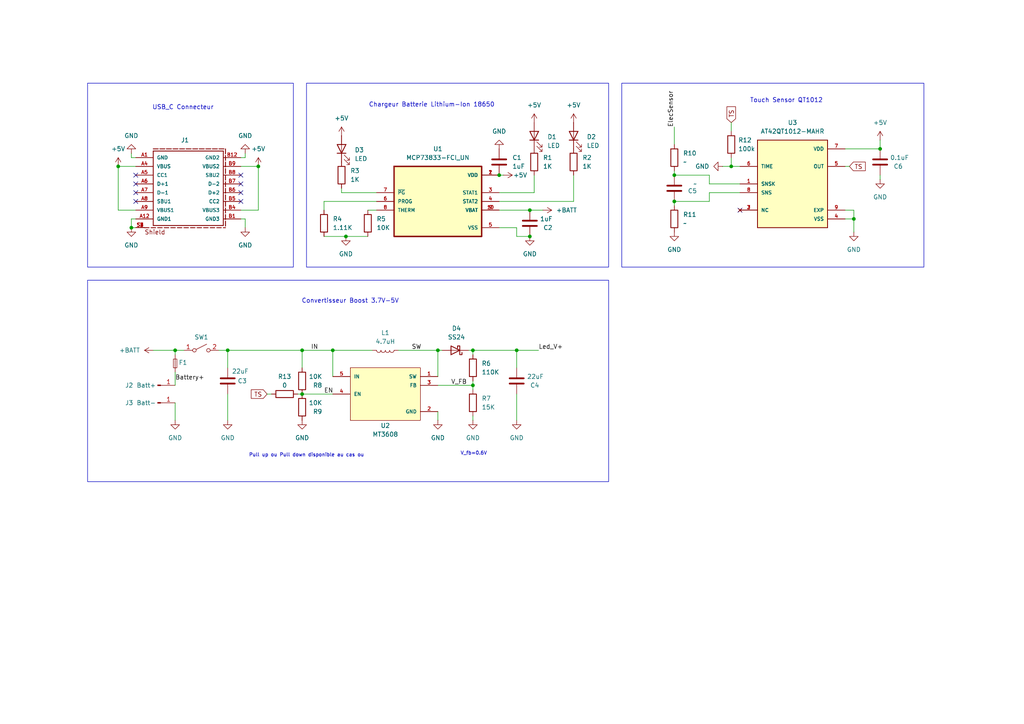
<source format=kicad_sch>
(kicad_sch (version 20231120) (generator "eeschema") (generator_version "8.0")
  (paper "A4")
  (lib_symbols
    (symbol "Connector:Conn_01x01_Pin" (pin_names (offset 1.016) hide)
      (property "Reference" "J" (at 0 2.54 0))
      (property "Value" "Conn_01x01_Pin" (at 0 -2.54 0))
      (symbol "Conn_01x01_Pin_1_1"
        (polyline (pts (xy 1.27 0) (xy 0.8636 0)) (stroke (width 0.1524)))
        (rectangle (start 0.8636 0.127) (end 0 -0.127) (stroke (width 0.1524)) (fill (type outline)))
        (pin passive line (at 5.08 0 180) (length 3.81) (name "Pin_1") (number "1"))
      )
    )
    (symbol "Device:C" (pin_numbers hide) (pin_names (offset 0.254))
      (property "Reference" "C" (at 0.635 2.54 0))
      (property "Value" "C" (at 0.635 -2.54 0))
      (symbol "C_0_1"
        (polyline (pts (xy -2.032 -0.762) (xy 2.032 -0.762)) (stroke (width 0.508)))
        (polyline (pts (xy -2.032 0.762) (xy 2.032 0.762)) (stroke (width 0.508)))
      )
      (symbol "C_1_1"
        (pin passive line (at 0 3.81 270) (length 2.794) (name "~") (number "1"))
        (pin passive line (at 0 -3.81 90) (length 2.794) (name "~") (number "2"))
      )
    )
    (symbol "Device:Fuse_Small" (pin_numbers hide) (pin_names (offset 0.254) hide)
      (property "Reference" "F" (at 0 -1.524 0))
      (property "Value" "Fuse_Small" (at 0 1.524 0))
      (symbol "Fuse_Small_0_1"
        (rectangle (start -1.27 0.508) (end 1.27 -0.508))
        (polyline (pts (xy -1.27 0) (xy 1.27 0)))
      )
      (symbol "Fuse_Small_1_1"
        (pin passive line (at -2.54 0 0) (length 1.27) (name "~") (number "1"))
        (pin passive line (at 2.54 0 180) (length 1.27) (name "~") (number "2"))
      )
    )
    (symbol "Device:L" (pin_numbers hide) (pin_names (offset 1.016) hide)
      (property "Reference" "L" (at -1.27 0 90))
      (property "Value" "L" (at 1.905 0 90))
      (symbol "L_0_1"
        (arc (start 0 -2.54) (mid 0.6323 -1.905) (end 0 -1.27))
        (arc (start 0 -1.27) (mid 0.6323 -0.635) (end 0 0))
        (arc (start 0 0) (mid 0.6323 0.635) (end 0 1.27))
        (arc (start 0 1.27) (mid 0.6323 1.905) (end 0 2.54))
      )
      (symbol "L_1_1"
        (pin passive line (at 0 3.81 270) (length 1.27) (name "1") (number "1"))
        (pin passive line (at 0 -3.81 90) (length 1.27) (name "2") (number "2"))
      )
    )
    (symbol "Device:LED" (pin_numbers hide) (pin_names (offset 1.016) hide)
      (property "Reference" "D" (at 0 2.54 0))
      (property "Value" "LED" (at 0 -2.54 0))
      (symbol "LED_0_1"
        (polyline (pts (xy -1.27 -1.27) (xy -1.27 1.27)) (stroke (width 0.254)))
        (polyline (pts (xy -1.27 0) (xy 1.27 0)))
        (polyline (pts (xy 1.27 -1.27) (xy 1.27 1.27) (xy -1.27 0) (xy 1.27 -1.27)) (stroke (width 0.254)))
        (polyline (pts (xy -3.048 -0.762) (xy -4.572 -2.286) (xy -3.81 -2.286) (xy -4.572 -2.286) (xy -4.572 -1.524)))
        (polyline (pts (xy -1.778 -0.762) (xy -3.302 -2.286) (xy -2.54 -2.286) (xy -3.302 -2.286) (xy -3.302 -1.524)))
      )
      (symbol "LED_1_1"
        (pin passive line (at -3.81 0 0) (length 2.54) (name "K") (number "1"))
        (pin passive line (at 3.81 0 180) (length 2.54) (name "A") (number "2"))
      )
    )
    (symbol "Device:R" (pin_numbers hide) (pin_names (offset 0))
      (property "Reference" "R" (at 2.032 0 90))
      (property "Value" "R" (at 0 0 90))
      (symbol "R_0_1"
        (rectangle (start -1.016 -2.54) (end 1.016 2.54) (stroke (width 0.254)))
      )
      (symbol "R_1_1"
        (pin passive line (at 0 3.81 270) (length 1.27) (name "~") (number "1"))
        (pin passive line (at 0 -3.81 90) (length 1.27) (name "~") (number "2"))
      )
    )
    (symbol "Diode:SS24" (pin_numbers hide) (pin_names (offset 1.016) hide)
      (property "Reference" "D" (at 0 2.54 0))
      (property "Value" "SS24" (at 0 -2.54 0))
      (symbol "SS24_0_1"
        (polyline (pts (xy 1.27 0) (xy -1.27 0)))
        (polyline (pts (xy 1.27 1.27) (xy 1.27 -1.27) (xy -1.27 0) (xy 1.27 1.27)) (stroke (width 0.254)))
        (polyline (pts (xy -1.905 0.635) (xy -1.905 1.27) (xy -1.27 1.27) (xy -1.27 -1.27) (xy -0.635 -1.27) (xy -0.635 -0.635)) (stroke (width 0.254)))
      )
      (symbol "SS24_1_1"
        (pin passive line (at -3.81 0 0) (length 2.54) (name "K") (number "1"))
        (pin passive line (at 3.81 0 180) (length 2.54) (name "A") (number "2"))
      )
    )
    (symbol "LAMP_OUTDOOR_BATTERY:AT42QT1012-MAHR" (pin_names (offset 1.016))
      (property "Reference" "U" (at -10.16 13.208 0))
      (property "Value" "AT42QT1012-MAHR" (at -10.16 -15.24 0))
      (symbol "AT42QT1012-MAHR_0_0"
        (rectangle (start -10.16 -12.7) (end 10.16 12.7) (stroke (width 0.254)) (fill (type background)))
        (pin bidirectional line (at -15.24 0 0) (length 5.08) (name "SNSK") (number "1"))
        (pin no_connect line (at -15.24 -7.62 0) (length 5.08) (name "NC") (number "2"))
        (pin no_connect line (at -15.24 -7.62 0) (length 5.08) (name "NC") (number "3"))
        (pin power_in line (at 15.24 -10.16 180) (length 5.08) (name "VSS") (number "4"))
        (pin output line (at 15.24 5.08 180) (length 5.08) (name "OUT") (number "5"))
        (pin input line (at -15.24 5.08 0) (length 5.08) (name "TIME") (number "6"))
        (pin power_in line (at 15.24 10.16 180) (length 5.08) (name "VDD") (number "7"))
        (pin bidirectional line (at -15.24 -2.54 0) (length 5.08) (name "SNS") (number "8"))
        (pin passive line (at 15.24 -7.62 180) (length 5.08) (name "EXP") (number "9"))
      )
    )
    (symbol "LAMP_OUTDOOR_BATTERY:MCP73833-FCI_UN" (pin_names (offset 1.016))
      (property "Reference" "U" (at -12.7 11.16 0))
      (property "Value" "MCP73833-FCI_UN" (at -12.7 -14.16 0))
      (symbol "MCP73833-FCI_UN_0_0"
        (rectangle (start -12.7 -10.16) (end 12.7 10.16) (stroke (width 0.41)) (fill (type background)))
        (pin power_in line (at 17.78 7.62 180) (length 5.08) (name "VDD") (number "1"))
        (pin output line (at 17.78 -2.54 180) (length 5.08) (name "VBAT") (number "10"))
        (pin power_in line (at 17.78 7.62 180) (length 5.08) (name "VDD") (number "2"))
        (pin output line (at 17.78 2.54 180) (length 5.08) (name "STAT1") (number "3"))
        (pin output line (at 17.78 0 180) (length 5.08) (name "STAT2") (number "4"))
        (pin power_in line (at 17.78 -7.62 180) (length 5.08) (name "VSS") (number "5"))
        (pin input line (at -17.78 0 0) (length 5.08) (name "PROG") (number "6"))
        (pin input line (at -17.78 2.54 0) (length 5.08) (name "~{PG}") (number "7"))
        (pin input line (at -17.78 -2.54 0) (length 5.08) (name "THERM") (number "8"))
        (pin output line (at 17.78 -2.54 180) (length 5.08) (name "VBAT") (number "9"))
      )
    )
    (symbol "LAMP_OUTDOOR_BATTERY:MT3608" (pin_names (offset 1.016))
      (property "Reference" "U" (at -10.16 10.16 0))
      (property "Value" "MT3608" (at -10.16 -12.7 0))
      (symbol "MT3608_0_0"
        (rectangle (start -10.16 -7.62) (end 10.16 7.62) (stroke (width 0.1524)) (fill (type background)))
        (pin output line (at 15.24 5.08 180) (length 5.08) (name "SW") (number "1"))
        (pin power_in line (at 15.24 -5.08 180) (length 5.08) (name "GND") (number "2"))
        (pin input line (at 15.24 2.54 180) (length 5.08) (name "FB") (number "3"))
        (pin input line (at -15.24 0 0) (length 5.08) (name "EN") (number "4"))
        (pin input line (at -15.24 5.08 0) (length 5.08) (name "IN") (number "5"))
      )
    )
    (symbol "LAMP_OUTDOOR_BATTERY:USB-C Connecteur 16p" (pin_names (offset 1.016))
      (property "Reference" "J" (at 0 11.43 0))
      (symbol "USB-C Connecteur 16p_0_0"
        (polyline (pts (xy -12.7 -12.7) (xy -11.3771 -12.7)) (stroke (width 0.254)))
        (polyline (pts (xy -10.795 -12.7) (xy -9.4721 -12.7)) (stroke (width 0.254)))
        (polyline (pts (xy -10.16 -12.065) (xy -10.16 9.525)) (stroke (width 0.254)))
        (polyline (pts (xy -10.16 9.525) (xy 10.16 9.525)) (stroke (width 0.254)))
        (polyline (pts (xy -10.16 10.16) (xy -8.6995 10.16)) (stroke (width 0.254)))
        (polyline (pts (xy -8.89 -12.7) (xy -7.5671 -12.7)) (stroke (width 0.254)))
        (polyline (pts (xy -8.255 10.16) (xy -6.7945 10.16)) (stroke (width 0.254)))
        (polyline (pts (xy -6.985 -12.7) (xy -5.6621 -12.7)) (stroke (width 0.254)))
        (polyline (pts (xy -6.35 10.16) (xy -4.8895 10.16)) (stroke (width 0.254)))
        (polyline (pts (xy -5.08 -12.7) (xy -3.7571 -12.7)) (stroke (width 0.254)))
        (polyline (pts (xy -4.445 10.16) (xy -2.9845 10.16)) (stroke (width 0.254)))
        (polyline (pts (xy -3.175 -12.7) (xy -1.8521 -12.7)) (stroke (width 0.254)))
        (polyline (pts (xy -2.54 10.16) (xy -1.0795 10.16)) (stroke (width 0.254)))
        (polyline (pts (xy -1.27 -12.7) (xy 0.0529 -12.7)) (stroke (width 0.254)))
        (polyline (pts (xy -0.635 10.16) (xy 0.8255 10.16)) (stroke (width 0.254)))
        (polyline (pts (xy 0.635 -12.7) (xy 1.9579 -12.7)) (stroke (width 0.254)))
        (polyline (pts (xy 1.27 10.16) (xy 2.7305 10.16)) (stroke (width 0.254)))
        (polyline (pts (xy 2.54 -12.7) (xy 3.8629 -12.7)) (stroke (width 0.254)))
        (polyline (pts (xy 3.175 10.16) (xy 4.6355 10.16)) (stroke (width 0.254)))
        (polyline (pts (xy 4.445 -12.7) (xy 5.7679 -12.7)) (stroke (width 0.254)))
        (polyline (pts (xy 5.08 10.16) (xy 6.5405 10.16)) (stroke (width 0.254)))
        (polyline (pts (xy 6.35 -12.7) (xy 7.6729 -12.7)) (stroke (width 0.254)))
        (polyline (pts (xy 6.985 10.16) (xy 8.4455 10.16)) (stroke (width 0.254)))
        (polyline (pts (xy 8.255 -12.7) (xy 9.5779 -12.7)) (stroke (width 0.254)))
        (polyline (pts (xy 8.89 10.16) (xy 10.3505 10.16)) (stroke (width 0.254)))
        (polyline (pts (xy 10.16 -12.7) (xy 10.795 -12.7)) (stroke (width 0.254)))
        (polyline (pts (xy 10.16 -12.065) (xy -10.16 -12.065)) (stroke (width 0.254)))
        (polyline (pts (xy 10.16 9.525) (xy 10.16 -12.065)) (stroke (width 0.254)))
        (polyline (pts (xy 10.795 -10.795) (xy 10.795 -12.2382)) (stroke (width 0.254)))
        (polyline (pts (xy 10.795 -8.89) (xy 10.795 -10.3332)) (stroke (width 0.254)))
        (polyline (pts (xy 10.795 -6.985) (xy 10.795 -8.4282)) (stroke (width 0.254)))
        (polyline (pts (xy 10.795 -5.08) (xy 10.795 -6.5232)) (stroke (width 0.254)))
        (polyline (pts (xy 10.795 -3.175) (xy 10.795 -4.6182)) (stroke (width 0.254)))
        (polyline (pts (xy 10.795 -1.27) (xy 10.795 -2.7132)) (stroke (width 0.254)))
        (polyline (pts (xy 10.795 0.635) (xy 10.795 -0.8082)) (stroke (width 0.254)))
        (polyline (pts (xy 10.795 2.54) (xy 10.795 1.0968)) (stroke (width 0.254)))
        (polyline (pts (xy 10.795 4.445) (xy 10.795 3.0018)) (stroke (width 0.254)))
        (polyline (pts (xy 10.795 6.35) (xy 10.795 4.9068)) (stroke (width 0.254)))
        (polyline (pts (xy 10.795 8.255) (xy 10.795 6.8118)) (stroke (width 0.254)))
        (polyline (pts (xy 10.795 10.16) (xy 10.795 8.7168)) (stroke (width 0.254)))
        (text "Shield" (at -12.7 -14.732 0) (effects (font (size 1.27 1.27)) (justify left bottom)))
        (pin passive line (at -15.24 7.62 0) (length 5.08) (name "GND") (number "A1"))
        (pin passive line (at -15.24 -10.16 0) (length 5.08) (name "GND1") (number "A12"))
        (pin passive line (at -15.24 5.08 0) (length 5.08) (name "VBUS") (number "A4"))
        (pin passive line (at -15.24 2.54 0) (length 5.08) (name "CC1") (number "A5"))
        (pin passive line (at -15.24 0 0) (length 5.08) (name "D+1") (number "A6"))
        (pin passive line (at -15.24 -2.54 0) (length 5.08) (name "D-1") (number "A7"))
        (pin passive line (at -15.24 -5.08 0) (length 5.08) (name "SBU1") (number "A8"))
        (pin passive line (at -15.24 -7.62 0) (length 5.08) (name "VBUS1") (number "A9"))
        (pin passive line (at 15.24 -10.16 180) (length 5.08) (name "GND3") (number "B1"))
        (pin passive line (at 15.24 7.62 180) (length 5.08) (name "GND2") (number "B12"))
        (pin passive line (at 15.24 -7.62 180) (length 5.08) (name "VBUS3") (number "B4"))
        (pin passive line (at 15.24 -5.08 180) (length 5.08) (name "CC2") (number "B5"))
        (pin passive line (at 15.24 -2.54 180) (length 5.08) (name "D+2") (number "B6"))
        (pin passive line (at 15.24 0 180) (length 5.08) (name "D-2") (number "B7"))
        (pin passive line (at 15.24 2.54 180) (length 5.08) (name "SBU2") (number "B8"))
        (pin passive line (at 15.24 5.08 180) (length 5.08) (name "VBUS2") (number "B9"))
        (pin passive line (at -15.24 -12.7 0) (length 2.54) (name "~") (number "S1"))
        (pin passive line (at -15.24 -12.7 0) (length 2.54) (name "~") (number "S2"))
        (pin passive line (at -15.24 -12.7 0) (length 2.54) (name "~") (number "S3"))
        (pin passive line (at -15.24 -12.7 0) (length 2.54) (name "~") (number "S4"))
      )
    )
    (symbol "Switch:SW_SPST" (pin_names (offset 0) hide)
      (property "Reference" "SW" (at 0 3.175 0))
      (property "Value" "SW_SPST" (at 0 -2.54 0))
      (symbol "SW_SPST_0_0"
        (circle (center -2.032 0) (radius 0.508))
        (polyline (pts (xy -1.524 0.254) (xy 1.524 1.778)))
        (circle (center 2.032 0) (radius 0.508))
      )
      (symbol "SW_SPST_1_1"
        (pin passive line (at -5.08 0 0) (length 2.54) (name "A") (number "1"))
        (pin passive line (at 5.08 0 180) (length 2.54) (name "B") (number "2"))
      )
    )
    (symbol "power:+5V" (power) (pin_numbers hide) (pin_names (offset 0) hide)
      (property "Value" "+5V" (at 0 3.556 0))
      (symbol "+5V_0_1"
        (polyline (pts (xy -0.762 1.27) (xy 0 2.54)))
        (polyline (pts (xy 0 0) (xy 0 2.54)))
        (polyline (pts (xy 0 2.54) (xy 0.762 1.27)))
      )
      (symbol "+5V_1_1"
        (pin power_in line (at 0 0 90) (length 0) (name "~") (number "1"))
      )
    )
    (symbol "power:+BATT" (power) (pin_numbers hide) (pin_names (offset 0) hide)
      (property "Value" "+BATT" (at 0 3.556 0))
      (symbol "+BATT_0_1"
        (polyline (pts (xy -0.762 1.27) (xy 0 2.54)))
        (polyline (pts (xy 0 0) (xy 0 2.54)))
        (polyline (pts (xy 0 2.54) (xy 0.762 1.27)))
      )
      (symbol "+BATT_1_1"
        (pin power_in line (at 0 0 90) (length 0) (name "~") (number "1"))
      )
    )
    (symbol "power:GND" (power) (pin_numbers hide) (pin_names (offset 0) hide)
      (property "Value" "GND" (at 0 -3.81 0))
      (symbol "GND_0_1"
        (polyline (pts (xy 0 0) (xy 0 -1.27) (xy 1.27 -1.27) (xy 0 -2.54) (xy -1.27 -1.27) (xy 0 -1.27)))
      )
      (symbol "GND_1_1"
        (pin power_in line (at 0 0 270) (length 0) (name "~") (number "1"))
      )
    )
  )
  (junction (at 153.67 60.96))
  (junction (at 255.27 43.18))
  (junction (at 149.86 101.6))
  (junction (at 212.09 48.26))
  (junction (at 153.67 68.58))
  (junction (at 87.63 101.6))
  (junction (at 50.8 101.6))
  (junction (at 87.63 114.3))
  (junction (at 127 101.6))
  (junction (at 195.58 50.8))
  (junction (at 100.33 68.58))
  (junction (at 34.29 48.26))
  (junction (at 195.58 58.42))
  (junction (at 38.1 66.04))
  (junction (at 96.52 101.6))
  (junction (at 247.65 63.5))
  (junction (at 74.93 48.26))
  (junction (at 137.16 101.6))
  (junction (at 144.78 50.8))
  (junction (at 66.04 101.6))
  (junction (at 137.16 111.76))
  (no_connect (at 69.85 58.42))
  (no_connect (at 69.85 53.34))
  (no_connect (at 214.63 60.96))
  (no_connect (at 39.37 50.8))
  (no_connect (at 39.37 55.88))
  (no_connect (at 69.85 50.8))
  (no_connect (at 69.85 55.88))
  (no_connect (at 39.37 53.34))
  (no_connect (at 39.37 58.42))
  (wire (pts (xy 137.16 101.6) (xy 137.16 102.87)))
  (wire (pts (xy 50.8 107.95) (xy 50.8 111.76)))
  (wire (pts (xy 245.11 48.26) (xy 246.38 48.26)))
  (wire (pts (xy 195.58 49.53) (xy 195.58 50.8)))
  (wire (pts (xy 38.1 45.72) (xy 38.1 44.45)))
  (wire (pts (xy 77.47 114.3) (xy 78.74 114.3)))
  (wire (pts (xy 66.04 106.68) (xy 66.04 101.6)))
  (wire (pts (xy 128.27 101.6) (xy 127 101.6)))
  (wire (pts (xy 87.63 101.6) (xy 87.63 106.68)))
  (wire (pts (xy 96.52 109.22) (xy 96.52 101.6)))
  (wire (pts (xy 66.04 101.6) (xy 87.63 101.6)))
  (wire (pts (xy 149.86 106.68) (xy 149.86 101.6)))
  (wire (pts (xy 154.94 55.88) (xy 144.78 55.88)))
  (wire (pts (xy 166.37 58.42) (xy 166.37 50.8)))
  (wire (pts (xy 99.06 54.61) (xy 99.06 55.88)))
  (wire (pts (xy 195.58 36.83) (xy 195.58 41.91)))
  (wire (pts (xy 44.45 101.6) (xy 50.8 101.6)))
  (wire (pts (xy 127 101.6) (xy 127 109.22)))
  (wire (pts (xy 205.74 55.88) (xy 205.74 58.42)))
  (wire (pts (xy 86.36 114.3) (xy 87.63 114.3)))
  (wire (pts (xy 127 111.76) (xy 137.16 111.76)))
  (wire (pts (xy 247.65 63.5) (xy 247.65 67.31)))
  (wire (pts (xy 144.78 58.42) (xy 166.37 58.42)))
  (wire (pts (xy 87.63 114.3) (xy 96.52 114.3)))
  (wire (pts (xy 69.85 45.72) (xy 71.12 45.72)))
  (wire (pts (xy 38.1 63.5) (xy 38.1 66.04)))
  (wire (pts (xy 100.33 68.58) (xy 106.68 68.58)))
  (wire (pts (xy 69.85 60.96) (xy 74.93 60.96)))
  (wire (pts (xy 144.78 60.96) (xy 153.67 60.96)))
  (wire (pts (xy 149.86 68.58) (xy 153.67 68.58)))
  (wire (pts (xy 100.33 68.58) (xy 93.98 68.58)))
  (wire (pts (xy 34.29 48.26) (xy 39.37 48.26)))
  (wire (pts (xy 99.06 55.88) (xy 109.22 55.88)))
  (wire (pts (xy 149.86 101.6) (xy 137.16 101.6)))
  (wire (pts (xy 245.11 43.18) (xy 255.27 43.18)))
  (wire (pts (xy 87.63 101.6) (xy 96.52 101.6)))
  (wire (pts (xy 149.86 121.92) (xy 149.86 114.3)))
  (wire (pts (xy 157.48 60.96) (xy 153.67 60.96)))
  (wire (pts (xy 205.74 50.8) (xy 195.58 50.8)))
  (wire (pts (xy 39.37 45.72) (xy 38.1 45.72)))
  (wire (pts (xy 144.78 50.8) (xy 146.05 50.8)))
  (wire (pts (xy 255.27 43.18) (xy 255.27 40.64)))
  (wire (pts (xy 135.89 101.6) (xy 137.16 101.6)))
  (wire (pts (xy 212.09 45.72) (xy 212.09 48.26)))
  (wire (pts (xy 39.37 66.04) (xy 38.1 66.04)))
  (wire (pts (xy 245.11 63.5) (xy 247.65 63.5)))
  (wire (pts (xy 66.04 114.3) (xy 66.04 121.92)))
  (wire (pts (xy 34.29 60.96) (xy 34.29 48.26)))
  (wire (pts (xy 212.09 48.26) (xy 214.63 48.26)))
  (wire (pts (xy 50.8 101.6) (xy 50.8 102.87)))
  (wire (pts (xy 127 121.92) (xy 127 119.38)))
  (wire (pts (xy 63.5 101.6) (xy 66.04 101.6)))
  (wire (pts (xy 71.12 63.5) (xy 71.12 66.04)))
  (wire (pts (xy 205.74 58.42) (xy 195.58 58.42)))
  (wire (pts (xy 93.98 58.42) (xy 109.22 58.42)))
  (wire (pts (xy 137.16 111.76) (xy 137.16 113.03)))
  (wire (pts (xy 71.12 45.72) (xy 71.12 44.45)))
  (wire (pts (xy 69.85 63.5) (xy 71.12 63.5)))
  (wire (pts (xy 154.94 50.8) (xy 154.94 55.88)))
  (wire (pts (xy 144.78 66.04) (xy 149.86 66.04)))
  (wire (pts (xy 214.63 55.88) (xy 205.74 55.88)))
  (wire (pts (xy 247.65 60.96) (xy 247.65 63.5)))
  (wire (pts (xy 50.8 101.6) (xy 53.34 101.6)))
  (wire (pts (xy 209.55 48.26) (xy 212.09 48.26)))
  (wire (pts (xy 96.52 101.6) (xy 107.95 101.6)))
  (wire (pts (xy 137.16 121.92) (xy 137.16 120.65)))
  (wire (pts (xy 74.93 48.26) (xy 74.93 60.96)))
  (wire (pts (xy 205.74 53.34) (xy 205.74 50.8)))
  (wire (pts (xy 93.98 60.96) (xy 93.98 58.42)))
  (wire (pts (xy 39.37 63.5) (xy 38.1 63.5)))
  (wire (pts (xy 50.8 116.84) (xy 50.8 121.92)))
  (wire (pts (xy 106.68 60.96) (xy 109.22 60.96)))
  (wire (pts (xy 137.16 110.49) (xy 137.16 111.76)))
  (wire (pts (xy 149.86 66.04) (xy 149.86 68.58)))
  (wire (pts (xy 115.57 101.6) (xy 127 101.6)))
  (wire (pts (xy 245.11 60.96) (xy 247.65 60.96)))
  (wire (pts (xy 255.27 50.8) (xy 255.27 52.07)))
  (wire (pts (xy 214.63 53.34) (xy 205.74 53.34)))
  (wire (pts (xy 39.37 60.96) (xy 34.29 60.96)))
  (wire (pts (xy 195.58 58.42) (xy 195.58 59.69)))
  (wire (pts (xy 212.09 35.56) (xy 212.09 38.1)))
  (wire (pts (xy 69.85 48.26) (xy 74.93 48.26)))
  (wire (pts (xy 149.86 101.6) (xy 156.21 101.6)))
  (rectangle (start 25.4 81.28) (end 176.53 139.7))
  (rectangle (start 180.34 24.13) (end 267.97 77.47))
  (rectangle (start 25.4 24.13) (end 85.09 77.47))
  (rectangle (start 88.9 24.13) (end 176.53 77.47))
  (text "Convertisseur Boost 3.7V-5V" (at 101.6 87.376 0) (effects (font (size 1.27 1.27))))
  (text "USB_C Connecteur" (at 53.086 31.242 0) (effects (font (size 1.27 1.27))))
  (text "Touch Sensor QT1012\n" (at 228.092 29.21 0) (effects (font (size 1.27 1.27))))
  (text "Pull up ou Pull down disponible au cas ou\n" (at 88.9 132.08 0) (effects (font (size 1 1))))
  (text "Chargeur Batterie Lithium-Ion 18650" (at 125.222 30.48 0) (effects (font (size 1.27 1.27))))
  (text "V_fb=0.6V" (at 137.414 131.572 0) (effects (font (size 1 1))))
  (label "EN" (at 93.98 114.3 0))
  (label "IN" (at 90.17 101.6 0))
  (label "V_FB" (at 130.81 111.76 0))
  (label "Led_V+" (at 156.21 101.6 0))
  (label "ElecSensor" (at 195.58 36.83 90))
  (label "Battery+" (at 50.8 110.49 0))
  (label "SW" (at 119.38 101.6 0))
  (global_label "TS" (shape input) (at 212.09 35.56 90) (property "Intersheetrefs" "${INTERSHEET_REFS}" (effects (hide yes))))
  (global_label "TS" (shape input) (at 246.38 48.26 0) (property "Intersheetrefs" "${INTERSHEET_REFS}" (effects (hide yes))))
  (global_label "TS" (shape input) (at 77.47 114.3 180) (property "Intersheetrefs" "${INTERSHEET_REFS}" (effects (hide yes))))
  (symbol (lib_id "Device:Fuse_Small") (at 50.8 105.41 90) (unit 1)
    (property "Reference" "F1" (at 51.816 105.156 90) (effects (justify right)))
    (property "Value" "Fuse_Small" (effects (hide yes)))
    (property "Footprint" "Fuse:Fuse_1206_3216Metric_Pad1.42x1.75mm_HandSolder" (effects (hide yes)))
    (property "Description" "Fuse, small symbol" (effects (hide yes)))
  )
  (symbol (lib_id "power:GND") (at 71.12 44.45 180) (unit 1)
    (property "Reference" "#PWR05" (effects (hide yes)))
    (property "Value" "GND" (at 71.12 39.37 0))
    (property "Description" "Power symbol creates a global label with name \"GND\" , ground" (effects (hide yes)))
  )
  (symbol (lib_id "power:+5V") (at 146.05 50.8 270) (unit 1)
    (property "Reference" "#PWR014" (effects (hide yes)))
    (property "Value" "+5V" (at 148.844 50.8 90) (effects (justify left)))
    (property "Description" "Power symbol creates a global label with name \"+5V\"" (effects (hide yes)))
  )
  (symbol (lib_id "power:GND") (at 127 121.92 0) (unit 1)
    (property "Reference" "#PWR017" (effects (hide yes)))
    (property "Value" "GND" (at 127 127 0))
    (property "Description" "Power symbol creates a global label with name \"GND\" , ground" (effects (hide yes)))
  )
  (symbol (lib_id "Device:R") (at 93.98 64.77 0) (unit 1)
    (property "Reference" "R4" (at 96.52 63.4999 0) (effects (justify left)))
    (property "Value" "1.11K" (at 96.52 66.0399 0) (effects (justify left)))
    (property "Footprint" "Resistor_SMD:R_0402_1005Metric_Pad0.72x0.64mm_HandSolder" (effects (hide yes)))
    (property "Description" "Resistor" (effects (hide yes)))
  )
  (symbol (lib_id "power:+BATT") (at 44.45 101.6 90) (unit 1)
    (property "Reference" "#PWR07" (effects (hide yes)))
    (property "Value" "+BATT" (at 40.64 101.5999 90) (effects (justify left)))
    (property "Description" "Power symbol creates a global label with name \"+BATT\"" (effects (hide yes)))
  )
  (symbol (lib_id "Device:R") (at 87.63 110.49 180) (unit 1)
    (property "Reference" "R8" (at 93.472 111.76 0) (effects (justify left)))
    (property "Value" "10K" (at 93.472 109.22 0) (effects (justify left)))
    (property "Footprint" "Resistor_SMD:R_0402_1005Metric_Pad0.72x0.64mm_HandSolder" (effects (hide yes)))
    (property "Description" "Resistor" (effects (hide yes)))
  )
  (symbol (lib_id "power:+5V") (at 34.29 48.26 0) (unit 1)
    (property "Reference" "#PWR01" (effects (hide yes)))
    (property "Value" "+5V" (at 34.29 43.18 0))
    (property "Description" "Power symbol creates a global label with name \"+5V\"" (effects (hide yes)))
  )
  (symbol (lib_id "power:GND") (at 209.55 48.26 270) (unit 1)
    (property "Reference" "#PWR024" (effects (hide yes)))
    (property "Value" "GND" (at 205.74 48.2599 90) (effects (justify right)))
    (property "Description" "Power symbol creates a global label with name \"GND\" , ground" (effects (hide yes)))
  )
  (symbol (lib_id "Device:R") (at 195.58 63.5 0) (unit 1)
    (property "Reference" "R11" (at 198.12 62.2299 0) (effects (justify left)))
    (property "Value" "~" (at 198.12 64.7699 0) (effects (justify left)))
    (property "Footprint" "Resistor_SMD:R_0402_1005Metric_Pad0.72x0.64mm_HandSolder" (effects (hide yes)))
    (property "Description" "Resistor" (effects (hide yes)))
  )
  (symbol (lib_id "Device:R") (at 154.94 46.99 0) (unit 1)
    (property "Reference" "R1" (at 157.48 45.7199 0) (effects (justify left)))
    (property "Value" "1K" (at 157.48 48.2599 0) (effects (justify left)))
    (property "Footprint" "Resistor_SMD:R_0402_1005Metric_Pad0.72x0.64mm_HandSolder" (effects (hide yes)))
    (property "Description" "Resistor" (effects (hide yes)))
  )
  (symbol (lib_id "power:GND") (at 255.27 52.07 0) (unit 1)
    (property "Reference" "#PWR026" (effects (hide yes)))
    (property "Value" "GND" (at 255.27 57.15 0))
    (property "Description" "Power symbol creates a global label with name \"GND\" , ground" (effects (hide yes)))
  )
  (symbol (lib_id "power:GND") (at 66.04 121.92 0) (unit 1)
    (property "Reference" "#PWR016" (effects (hide yes)))
    (property "Value" "GND" (at 66.04 127 0))
    (property "Description" "Power symbol creates a global label with name \"GND\" , ground" (effects (hide yes)))
  )
  (symbol (lib_id "power:GND") (at 247.65 67.31 0) (unit 1)
    (property "Reference" "#PWR023" (effects (hide yes)))
    (property "Value" "GND" (at 247.65 72.39 0))
    (property "Description" "Power symbol creates a global label with name \"GND\" , ground" (effects (hide yes)))
  )
  (symbol (lib_id "Device:LED") (at 154.94 39.37 90) (unit 1)
    (property "Reference" "D1" (at 158.75 39.6874 90) (effects (justify right)))
    (property "Value" "LED" (at 158.75 42.2274 90) (effects (justify right)))
    (property "Footprint" "LED_SMD:LED_0805_2012Metric_Pad1.15x1.40mm_HandSolder" (effects (hide yes)))
    (property "Description" "Light emitting diode" (effects (hide yes)))
  )
  (symbol (lib_id "power:+5V") (at 99.06 39.37 0) (unit 1)
    (property "Reference" "#PWR09" (effects (hide yes)))
    (property "Value" "+5V" (at 99.06 34.29 0))
    (property "Description" "Power symbol creates a global label with name \"+5V\"" (effects (hide yes)))
  )
  (symbol (lib_id "Device:C") (at 149.86 110.49 180) (unit 1)
    (property "Reference" "C4" (at 156.464 111.76 0) (effects (justify left)))
    (property "Value" "22uF" (at 157.734 109.22 0) (effects (justify left)))
    (property "Footprint" "Capacitor_SMD:C_0402_1005Metric_Pad0.74x0.62mm_HandSolder" (effects (hide yes)))
    (property "Description" "Unpolarized capacitor" (effects (hide yes)))
  )
  (symbol (lib_id "Device:R") (at 82.55 114.3 90) (unit 1)
    (property "Reference" "R13" (at 82.55 109.22 90))
    (property "Value" "0" (at 82.55 111.76 90))
    (property "Footprint" "Resistor_SMD:R_0402_1005Metric_Pad0.72x0.64mm_HandSolder" (effects (hide yes)))
    (property "Description" "Resistor" (effects (hide yes)))
  )
  (symbol (lib_id "power:GND") (at 50.8 121.92 0) (unit 1)
    (property "Reference" "#PWR020" (effects (hide yes)))
    (property "Value" "GND" (at 50.8 127 0))
    (property "Description" "Power symbol creates a global label with name \"GND\" , ground" (effects (hide yes)))
  )
  (symbol (lib_id "power:GND") (at 144.78 43.18 180) (unit 1)
    (property "Reference" "#PWR08" (effects (hide yes)))
    (property "Value" "GND" (at 144.78 38.1 0))
    (property "Description" "Power symbol creates a global label with name \"GND\" , ground" (effects (hide yes)))
  )
  (symbol (lib_id "Device:C") (at 255.27 46.99 180) (unit 1)
    (property "Reference" "C6" (at 261.874 48.26 0) (effects (justify left)))
    (property "Value" "0.1uF" (at 263.652 45.72 0) (effects (justify left)))
    (property "Footprint" "Capacitor_SMD:C_0402_1005Metric_Pad0.74x0.62mm_HandSolder" (effects (hide yes)))
    (property "Description" "Unpolarized capacitor" (effects (hide yes)))
  )
  (symbol (lib_id "power:+5V") (at 166.37 35.56 0) (unit 1)
    (property "Reference" "#PWR011" (effects (hide yes)))
    (property "Value" "+5V" (at 166.37 30.48 0))
    (property "Description" "Power symbol creates a global label with name \"+5V\"" (effects (hide yes)))
  )
  (symbol (lib_id "LAMP_OUTDOOR_BATTERY:USB-C Connecteur 16p") (at 54.61 53.34 0) (unit 1)
    (property "Reference" "J1" (at 53.6575 40.64 0))
    (property "Value" "629722000214" (effects (hide yes)))
    (property "Footprint" "LAMP_OUTDOOR_BATTERY:USB-C Connecteur 16p" (effects (hide yes)))
    (property "INTERFACE-TYPE" "Type C" (effects (hide yes)))
    (property "MF" "Würth Elektronik" (effects (hide yes)))
    (property "Description_1" "\nUSB CONN, 2.0 TYPE C, R/A RCPT, 16P, SMT;\n" (effects (hide yes)))
    (property "Package" "None" (effects (hide yes)))
    (property "MOUNT" "SMT" (effects (hide yes)))
    (property "IR" "5A" (effects (hide yes)))
    (property "Check_prices" "https://www.snapeda.com/parts/629722000214/Wurth+Elektronik/view-part/?ref=eda" (effects (hide yes)))
    (property "Price" "None" (effects (hide yes)))
    (property "PACKAGING" "Tape and Reel" (effects (hide yes)))
    (property "APPLICATION" "USB 2.0" (effects (hide yes)))
    (property "PART-NUMBER" "629722000214" (effects (hide yes)))
    (property "SnapEDA_Link" "https://www.snapeda.com/parts/629722000214/Wurth+Elektronik/view-part/?ref=snap" (effects (hide yes)))
    (property "DATASHEET-URL" "https://www.we-online.com/redexpert/spec/629722000214?ae" (effects (hide yes)))
    (property "MP" "629722000214" (effects (hide yes)))
    (property "WORKING-VOLTAGE" "20V(AC)" (effects (hide yes)))
    (property "PINS" "16" (effects (hide yes)))
    (property "TYPE" "Horizontal" (effects (hide yes)))
    (property "GERDER" "Receptacle" (effects (hide yes)))
    (property "Availability" "Not in stock" (effects (hide yes)))
  )
  (symbol (lib_id "Connector:Conn_01x01_Pin") (at 45.72 111.76 0) (unit 1)
    (property "Reference" "J2" (at 37.465 111.76 0))
    (property "Value" "Batt+" (at 42.418 111.76 0))
    (property "Footprint" "LAMP_OUTDOOR_BATTERY:BatteryPole" (effects (hide yes)))
    (property "Description" "Generic connector, single row, 01x01, script generated" (effects (hide yes)))
  )
  (symbol (lib_id "power:+5V") (at 74.93 48.26 0) (unit 1)
    (property "Reference" "#PWR06" (effects (hide yes)))
    (property "Value" "+5V" (at 74.93 43.18 0))
    (property "Description" "Power symbol creates a global label with name \"+5V\"" (effects (hide yes)))
  )
  (symbol (lib_id "Device:L") (at 111.76 101.6 270) (unit 1)
    (property "Reference" "L1" (at 111.76 96.52 90))
    (property "Value" "4.7uH" (at 111.76 99.06 90))
    (property "Footprint" "Inductor_SMD:L_0805_2012Metric_Pad1.15x1.40mm_HandSolder" (effects (hide yes)))
    (property "Description" "Inductor" (effects (hide yes)))
  )
  (symbol (lib_id "Device:R") (at 195.58 45.72 0) (unit 1)
    (property "Reference" "R10" (at 198.12 44.4499 0) (effects (justify left)))
    (property "Value" "~" (at 198.12 46.9899 0) (effects (justify left)))
    (property "Footprint" "Resistor_SMD:R_0402_1005Metric_Pad0.72x0.64mm_HandSolder" (effects (hide yes)))
    (property "Description" "Resistor" (effects (hide yes)))
  )
  (symbol (lib_id "Switch:SW_SPST") (at 58.42 101.6 0) (unit 1)
    (property "Reference" "SW1" (at 58.42 97.79 0))
    (property "Value" "SW_SPST" (effects (hide yes)))
    (property "Footprint" "Connector_PinHeader_2.54mm:PinHeader_1x02_P2.54mm_Vertical" (effects (hide yes)))
    (property "Description" "Single Pole Single Throw (SPST) switch" (effects (hide yes)))
  )
  (symbol (lib_id "Connector:Conn_01x01_Pin") (at 45.72 116.84 0) (unit 1)
    (property "Reference" "J3" (at 37.465 116.84 0))
    (property "Value" "Batt-" (at 42.418 116.84 0))
    (property "Footprint" "LAMP_OUTDOOR_BATTERY:BatteryPole" (effects (hide yes)))
    (property "Description" "Generic connector, single row, 01x01, script generated" (effects (hide yes)))
  )
  (symbol (lib_id "power:GND") (at 100.33 68.58 0) (unit 1)
    (property "Reference" "#PWR013" (effects (hide yes)))
    (property "Value" "GND" (at 100.33 73.66 0))
    (property "Description" "Power symbol creates a global label with name \"GND\" , ground" (effects (hide yes)))
  )
  (symbol (lib_id "Device:R") (at 212.09 41.91 0) (unit 1)
    (property "Reference" "R12" (at 214.122 40.64 0) (effects (justify left)))
    (property "Value" "100k" (at 214.122 43.18 0) (effects (justify left)))
    (property "Footprint" "Resistor_SMD:R_0402_1005Metric_Pad0.72x0.64mm_HandSolder" (effects (hide yes)))
    (property "Description" "Resistor" (effects (hide yes)))
  )
  (symbol (lib_id "power:GND") (at 38.1 44.45 180) (unit 1)
    (property "Reference" "#PWR04" (effects (hide yes)))
    (property "Value" "GND" (at 38.1 39.37 0))
    (property "Description" "Power symbol creates a global label with name \"GND\" , ground" (effects (hide yes)))
  )
  (symbol (lib_id "power:GND") (at 195.58 67.31 0) (unit 1)
    (property "Reference" "#PWR022" (effects (hide yes)))
    (property "Value" "GND" (at 195.58 72.39 0))
    (property "Description" "Power symbol creates a global label with name \"GND\" , ground" (effects (hide yes)))
  )
  (symbol (lib_id "Device:C") (at 144.78 46.99 0) (unit 1)
    (property "Reference" "C1" (at 148.59 45.7199 0) (effects (justify left)))
    (property "Value" "1uF" (at 148.59 48.2599 0) (effects (justify left)))
    (property "Footprint" "Capacitor_SMD:C_0402_1005Metric_Pad0.74x0.62mm_HandSolder" (effects (hide yes)))
    (property "Description" "Unpolarized capacitor" (effects (hide yes)))
  )
  (symbol (lib_id "power:GND") (at 38.1 66.04 0) (unit 1)
    (property "Reference" "#PWR02" (effects (hide yes)))
    (property "Value" "GND" (at 38.1 71.12 0))
    (property "Description" "Power symbol creates a global label with name \"GND\" , ground" (effects (hide yes)))
  )
  (symbol (lib_id "LAMP_OUTDOOR_BATTERY:AT42QT1012-MAHR") (at 229.87 53.34 0) (unit 1)
    (property "Reference" "U3" (at 229.87 35.56 0))
    (property "Value" "AT42QT1012-MAHR" (at 229.87 38.1 0))
    (property "Footprint" "LAMP_OUTDOOR_BATTERY:SON50P200X200X60-9N" (effects (hide yes)))
    (property "MF" "Microchip Technology" (effects (hide yes)))
    (property "SNAPEDA_PACKAGE_ID" "10574" (effects (hide yes)))
    (property "MAXIMUM_PACKAGE_HEIGHT" "0.6mm" (effects (hide yes)))
    (property "Price" "None" (effects (hide yes)))
    (property "Package" "UDFN-8 Microchip" (effects (hide yes)))
    (property "Check_prices" "https://www.snapeda.com/parts/AT42QT1012-MAHR/Microchip/view-part/?ref=eda" (effects (hide yes)))
    (property "STANDARD" "IPC 7351B" (effects (hide yes)))
    (property "PARTREV" "I" (effects (hide yes)))
    (property "SnapEDA_Link" "https://www.snapeda.com/parts/AT42QT1012-MAHR/Microchip/view-part/?ref=snap" (effects (hide yes)))
    (property "MP" "AT42QT1012-MAHR" (effects (hide yes)))
    (property "Description_1" "\n                        \n                            Capacitive Touch Screen 1 Key 8-Pin UDFN EP T/R\n                        \n" (effects (hide yes)))
    (property "MANUFACTURER" "Microchip" (effects (hide yes)))
    (property "Availability" "In Stock" (effects (hide yes)))
    (property "SNAPEDA_PN" "AT42QT1012-MAHR" (effects (hide yes)))
  )
  (symbol (lib_id "power:+5V") (at 255.27 40.64 0) (unit 1)
    (property "Reference" "#PWR025" (effects (hide yes)))
    (property "Value" "+5V" (at 255.27 35.56 0))
    (property "Description" "Power symbol creates a global label with name \"+5V\"" (effects (hide yes)))
  )
  (symbol (lib_id "Diode:SS24") (at 132.08 101.6 180) (unit 1)
    (property "Reference" "D4" (at 132.3975 95.25 0))
    (property "Value" "SS24" (at 132.3975 97.79 0))
    (property "Footprint" "Diode_SMD:D_SMA" (effects (hide yes)))
    (property "Datasheet" "https://www.vishay.com/docs/88748/ss22.pdf" (effects (hide yes)))
    (property "Description" "40V 2A Schottky Diode, SMA" (effects (hide yes)))
  )
  (symbol (lib_id "LAMP_OUTDOOR_BATTERY:MT3608") (at 111.76 114.3 0) (unit 1)
    (property "Reference" "U2" (at 111.76 123.444 0))
    (property "Value" "MT3608" (at 111.76 125.984 0))
    (property "Footprint" "LAMP_OUTDOOR_BATTERY:MT3608_SOT95P280X145-6N" (effects (hide yes)))
    (property "MF" "Aerosemi Technology Co., Ltd" (effects (hide yes)))
    (property "MAXIMUM_PACKAGE_HEIGHT" "1.45mm" (effects (hide yes)))
    (property "Package" "Package" (effects (hide yes)))
    (property "Price" "None" (effects (hide yes)))
    (property "Check_prices" "https://www.snapeda.com/parts/MT3608/Aerosemi+Technology+Co.%252C+Ltd/view-part/?ref=eda" (effects (hide yes)))
    (property "STANDARD" "IPC-7351B" (effects (hide yes)))
    (property "PARTREV" "1.0" (effects (hide yes)))
    (property "SnapEDA_Link" "https://www.snapeda.com/parts/MT3608/Aerosemi+Technology+Co.%252C+Ltd/view-part/?ref=snap" (effects (hide yes)))
    (property "MP" "MT3608" (effects (hide yes)))
    (property "Description_1" "\n                        \n                            High Efficiency 1.2MHz\n2A Step Up Converter\n                        \n" (effects (hide yes)))
    (property "Availability" "Not in stock" (effects (hide yes)))
    (property "MANUFACTURER" "Aero Semi" (effects (hide yes)))
  )
  (symbol (lib_id "Device:C") (at 153.67 64.77 180) (unit 1)
    (property "Reference" "C2" (at 160.274 66.04 0) (effects (justify left)))
    (property "Value" "1uF" (at 160.274 63.5 0) (effects (justify left)))
    (property "Footprint" "Capacitor_SMD:C_0402_1005Metric_Pad0.74x0.62mm_HandSolder" (effects (hide yes)))
    (property "Description" "Unpolarized capacitor" (effects (hide yes)))
  )
  (symbol (lib_id "Device:R") (at 137.16 116.84 0) (unit 1)
    (property "Reference" "R7" (at 139.7 115.5699 0) (effects (justify left)))
    (property "Value" "15K" (at 139.7 118.1099 0) (effects (justify left)))
    (property "Footprint" "Resistor_SMD:R_0402_1005Metric_Pad0.72x0.64mm_HandSolder" (effects (hide yes)))
    (property "Description" "Resistor" (effects (hide yes)))
  )
  (symbol (lib_id "LAMP_OUTDOOR_BATTERY:MCP73833-FCI_UN") (at 127 58.42 0) (unit 1)
    (property "Reference" "U1" (at 127 43.18 0))
    (property "Value" "MCP73833-FCI_UN" (at 127 45.72 0))
    (property "Footprint" "LAMP_OUTDOOR_BATTERY:MCP73833" (effects (hide yes)))
    (property "MF" "Microchip" (effects (hide yes)))
    (property "Description_1" "\n                        \n                            Charge Management Li-Ion/Li-Pol | Microchip Technology Inc. MCP73833-FCI/UN\n                        \n" (effects (hide yes)))
    (property "Package" "MSOP-10 Microchip" (effects (hide yes)))
    (property "Price" "None" (effects (hide yes)))
    (property "SnapEDA_Link" "https://www.snapeda.com/parts/MCP73833-FCI/UN/Microchip/view-part/?ref=snap" (effects (hide yes)))
    (property "MP" "MCP73833-FCI/UN" (effects (hide yes)))
    (property "Availability" "In Stock" (effects (hide yes)))
    (property "Check_prices" "https://www.snapeda.com/parts/MCP73833-FCI/UN/Microchip/view-part/?ref=eda" (effects (hide yes)))
  )
  (symbol (lib_id "Device:R") (at 99.06 50.8 0) (unit 1)
    (property "Reference" "R3" (at 101.6 49.5299 0) (effects (justify left)))
    (property "Value" "1K" (at 101.6 52.0699 0) (effects (justify left)))
    (property "Footprint" "Resistor_SMD:R_0402_1005Metric_Pad0.72x0.64mm_HandSolder" (effects (hide yes)))
    (property "Description" "Resistor" (effects (hide yes)))
  )
  (symbol (lib_id "Device:R") (at 166.37 46.99 0) (unit 1)
    (property "Reference" "R2" (at 168.91 45.7199 0) (effects (justify left)))
    (property "Value" "1K" (at 168.91 48.2599 0) (effects (justify left)))
    (property "Footprint" "Resistor_SMD:R_0402_1005Metric_Pad0.72x0.64mm_HandSolder" (effects (hide yes)))
    (property "Description" "Resistor" (effects (hide yes)))
  )
  (symbol (lib_id "power:GND") (at 71.12 66.04 0) (unit 1)
    (property "Reference" "#PWR03" (effects (hide yes)))
    (property "Value" "GND" (at 71.12 71.12 0))
    (property "Description" "Power symbol creates a global label with name \"GND\" , ground" (effects (hide yes)))
  )
  (symbol (lib_id "Device:R") (at 87.63 118.11 180) (unit 1)
    (property "Reference" "R9" (at 93.472 119.38 0) (effects (justify left)))
    (property "Value" "10K" (at 93.472 116.84 0) (effects (justify left)))
    (property "Footprint" "Resistor_SMD:R_0402_1005Metric_Pad0.72x0.64mm_HandSolder" (effects (hide yes)))
    (property "Description" "Resistor" (effects (hide yes)))
  )
  (symbol (lib_id "Device:LED") (at 99.06 43.18 90) (unit 1)
    (property "Reference" "D3" (at 102.87 43.4974 90) (effects (justify right)))
    (property "Value" "LED" (at 102.87 46.0374 90) (effects (justify right)))
    (property "Footprint" "LED_SMD:LED_0805_2012Metric_Pad1.15x1.40mm_HandSolder" (effects (hide yes)))
    (property "Description" "Light emitting diode" (effects (hide yes)))
  )
  (symbol (lib_id "Device:C") (at 195.58 54.61 180) (unit 1)
    (property "Reference" "C5" (at 202.184 55.372 0) (effects (justify left)))
    (property "Value" "~" (at 202.184 53.34 0) (effects (justify left)))
    (property "Footprint" "Capacitor_SMD:C_0402_1005Metric_Pad0.74x0.62mm_HandSolder" (effects (hide yes)))
    (property "Description" "Unpolarized capacitor" (effects (hide yes)))
  )
  (symbol (lib_id "power:GND") (at 137.16 121.92 0) (unit 1)
    (property "Reference" "#PWR018" (effects (hide yes)))
    (property "Value" "GND" (at 137.16 127 0))
    (property "Description" "Power symbol creates a global label with name \"GND\" , ground" (effects (hide yes)))
  )
  (symbol (lib_id "power:GND") (at 149.86 121.92 0) (unit 1)
    (property "Reference" "#PWR019" (effects (hide yes)))
    (property "Value" "GND" (at 149.86 127 0))
    (property "Description" "Power symbol creates a global label with name \"GND\" , ground" (effects (hide yes)))
  )
  (symbol (lib_id "power:+5V") (at 154.94 35.56 0) (unit 1)
    (property "Reference" "#PWR010" (effects (hide yes)))
    (property "Value" "+5V" (at 154.94 30.48 0))
    (property "Description" "Power symbol creates a global label with name \"+5V\"" (effects (hide yes)))
  )
  (symbol (lib_id "power:GND") (at 87.63 121.92 0) (unit 1)
    (property "Reference" "#PWR021" (effects (hide yes)))
    (property "Value" "GND" (at 87.63 127 0))
    (property "Description" "Power symbol creates a global label with name \"GND\" , ground" (effects (hide yes)))
  )
  (symbol (lib_id "power:+BATT") (at 157.48 60.96 270) (unit 1)
    (property "Reference" "#PWR015" (effects (hide yes)))
    (property "Value" "+BATT" (at 161.29 60.9599 90) (effects (justify left)))
    (property "Description" "Power symbol creates a global label with name \"+BATT\"" (effects (hide yes)))
  )
  (symbol (lib_id "Device:R") (at 106.68 64.77 0) (unit 1)
    (property "Reference" "R5" (at 109.22 63.4999 0) (effects (justify left)))
    (property "Value" "10K" (at 109.22 66.0399 0) (effects (justify left)))
    (property "Footprint" "Resistor_SMD:R_0402_1005Metric_Pad0.72x0.64mm_HandSolder" (effects (hide yes)))
    (property "Description" "Resistor" (effects (hide yes)))
  )
  (symbol (lib_id "Device:R") (at 137.16 106.68 0) (unit 1)
    (property "Reference" "R6" (at 139.7 105.4099 0) (effects (justify left)))
    (property "Value" "110K" (at 139.7 107.9499 0) (effects (justify left)))
    (property "Footprint" "Resistor_SMD:R_0402_1005Metric_Pad0.72x0.64mm_HandSolder" (effects (hide yes)))
    (property "Description" "Resistor" (effects (hide yes)))
  )
  (symbol (lib_id "Device:LED") (at 166.37 39.37 90) (unit 1)
    (property "Reference" "D2" (at 170.18 39.6874 90) (effects (justify right)))
    (property "Value" "LED" (at 170.18 42.2274 90) (effects (justify right)))
    (property "Footprint" "LED_SMD:LED_0805_2012Metric_Pad1.15x1.40mm_HandSolder" (effects (hide yes)))
    (property "Description" "Light emitting diode" (effects (hide yes)))
  )
  (symbol (lib_id "Device:C") (at 66.04 110.49 180) (unit 1)
    (property "Reference" "C3" (at 71.628 110.49 0) (effects (justify left)))
    (property "Value" "22uF" (at 72.136 107.696 0) (effects (justify left)))
    (property "Footprint" "Capacitor_SMD:C_0402_1005Metric_Pad0.74x0.62mm_HandSolder" (effects (hide yes)))
    (property "Description" "Unpolarized capacitor" (effects (hide yes)))
  )
  (symbol (lib_id "power:GND") (at 153.67 68.58 0) (unit 1)
    (property "Reference" "#PWR012" (effects (hide yes)))
    (property "Value" "GND" (at 153.67 73.66 0))
    (property "Description" "Power symbol creates a global label with name \"GND\" , ground" (effects (hide yes)))
  )
)
</source>
